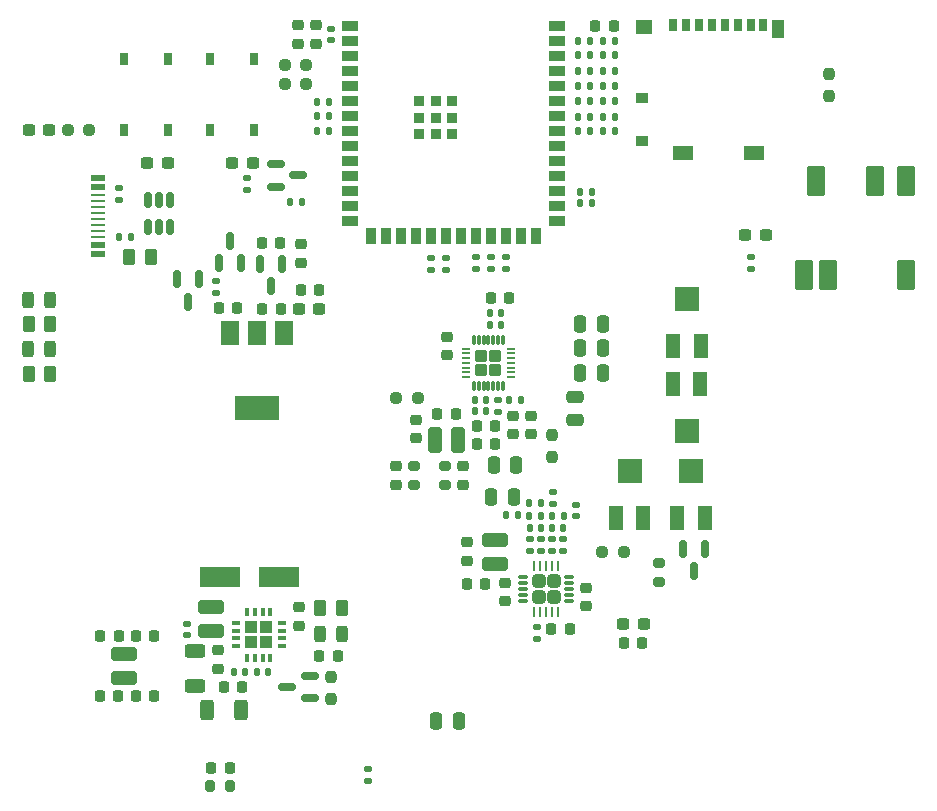
<source format=gbr>
%TF.GenerationSoftware,KiCad,Pcbnew,7.0.1*%
%TF.CreationDate,2023-04-10T22:37:03+03:00*%
%TF.ProjectId,cross_band_handy_walkie_talkie_ES8388,63726f73-735f-4626-916e-645f68616e64,rev?*%
%TF.SameCoordinates,Original*%
%TF.FileFunction,Paste,Top*%
%TF.FilePolarity,Positive*%
%FSLAX46Y46*%
G04 Gerber Fmt 4.6, Leading zero omitted, Abs format (unit mm)*
G04 Created by KiCad (PCBNEW 7.0.1) date 2023-04-10 22:37:03*
%MOMM*%
%LPD*%
G01*
G04 APERTURE LIST*
G04 Aperture macros list*
%AMRoundRect*
0 Rectangle with rounded corners*
0 $1 Rounding radius*
0 $2 $3 $4 $5 $6 $7 $8 $9 X,Y pos of 4 corners*
0 Add a 4 corners polygon primitive as box body*
4,1,4,$2,$3,$4,$5,$6,$7,$8,$9,$2,$3,0*
0 Add four circle primitives for the rounded corners*
1,1,$1+$1,$2,$3*
1,1,$1+$1,$4,$5*
1,1,$1+$1,$6,$7*
1,1,$1+$1,$8,$9*
0 Add four rect primitives between the rounded corners*
20,1,$1+$1,$2,$3,$4,$5,0*
20,1,$1+$1,$4,$5,$6,$7,0*
20,1,$1+$1,$6,$7,$8,$9,0*
20,1,$1+$1,$8,$9,$2,$3,0*%
G04 Aperture macros list end*
%ADD10RoundRect,0.135000X0.135000X0.185000X-0.135000X0.185000X-0.135000X-0.185000X0.135000X-0.185000X0*%
%ADD11R,1.300000X2.000000*%
%ADD12R,2.000000X2.000000*%
%ADD13RoundRect,0.225000X-0.250000X0.225000X-0.250000X-0.225000X0.250000X-0.225000X0.250000X0.225000X0*%
%ADD14RoundRect,0.135000X-0.135000X-0.185000X0.135000X-0.185000X0.135000X0.185000X-0.135000X0.185000X0*%
%ADD15RoundRect,0.150000X-0.587500X-0.150000X0.587500X-0.150000X0.587500X0.150000X-0.587500X0.150000X0*%
%ADD16RoundRect,0.250000X0.262500X0.450000X-0.262500X0.450000X-0.262500X-0.450000X0.262500X-0.450000X0*%
%ADD17RoundRect,0.237500X-0.250000X-0.237500X0.250000X-0.237500X0.250000X0.237500X-0.250000X0.237500X0*%
%ADD18RoundRect,0.140000X-0.170000X0.140000X-0.170000X-0.140000X0.170000X-0.140000X0.170000X0.140000X0*%
%ADD19RoundRect,0.250000X-0.262500X-0.450000X0.262500X-0.450000X0.262500X0.450000X-0.262500X0.450000X0*%
%ADD20RoundRect,0.140000X-0.140000X-0.170000X0.140000X-0.170000X0.140000X0.170000X-0.140000X0.170000X0*%
%ADD21RoundRect,0.077480X-0.642520X-1.160020X0.642520X-1.160020X0.642520X1.160020X-0.642520X1.160020X0*%
%ADD22RoundRect,0.218750X-0.218750X-0.256250X0.218750X-0.256250X0.218750X0.256250X-0.218750X0.256250X0*%
%ADD23RoundRect,0.225000X-0.225000X-0.250000X0.225000X-0.250000X0.225000X0.250000X-0.225000X0.250000X0*%
%ADD24RoundRect,0.140000X0.140000X0.170000X-0.140000X0.170000X-0.140000X-0.170000X0.140000X-0.170000X0*%
%ADD25RoundRect,0.135000X-0.185000X0.135000X-0.185000X-0.135000X0.185000X-0.135000X0.185000X0.135000X0*%
%ADD26RoundRect,0.225000X0.250000X-0.225000X0.250000X0.225000X-0.250000X0.225000X-0.250000X-0.225000X0*%
%ADD27RoundRect,0.237500X-0.300000X-0.237500X0.300000X-0.237500X0.300000X0.237500X-0.300000X0.237500X0*%
%ADD28RoundRect,0.237500X0.300000X0.237500X-0.300000X0.237500X-0.300000X-0.237500X0.300000X-0.237500X0*%
%ADD29R,1.305000X0.540000*%
%ADD30R,1.305000X0.270000*%
%ADD31RoundRect,0.225000X0.225000X0.250000X-0.225000X0.250000X-0.225000X-0.250000X0.225000X-0.250000X0*%
%ADD32RoundRect,0.250000X-0.475000X0.250000X-0.475000X-0.250000X0.475000X-0.250000X0.475000X0.250000X0*%
%ADD33RoundRect,0.218750X0.256250X-0.218750X0.256250X0.218750X-0.256250X0.218750X-0.256250X-0.218750X0*%
%ADD34RoundRect,0.250000X0.250000X0.475000X-0.250000X0.475000X-0.250000X-0.475000X0.250000X-0.475000X0*%
%ADD35RoundRect,0.250000X-0.250000X-0.475000X0.250000X-0.475000X0.250000X0.475000X-0.250000X0.475000X0*%
%ADD36RoundRect,0.237500X0.250000X0.237500X-0.250000X0.237500X-0.250000X-0.237500X0.250000X-0.237500X0*%
%ADD37RoundRect,0.200000X0.275000X-0.200000X0.275000X0.200000X-0.275000X0.200000X-0.275000X-0.200000X0*%
%ADD38RoundRect,0.243750X-0.243750X-0.456250X0.243750X-0.456250X0.243750X0.456250X-0.243750X0.456250X0*%
%ADD39RoundRect,0.300000X0.800000X-0.300000X0.800000X0.300000X-0.800000X0.300000X-0.800000X-0.300000X0*%
%ADD40R,0.700000X1.000000*%
%ADD41RoundRect,0.218750X0.218750X0.256250X-0.218750X0.256250X-0.218750X-0.256250X0.218750X-0.256250X0*%
%ADD42R,3.500000X1.800000*%
%ADD43RoundRect,0.135000X0.185000X-0.135000X0.185000X0.135000X-0.185000X0.135000X-0.185000X-0.135000X0*%
%ADD44RoundRect,0.237500X-0.237500X0.250000X-0.237500X-0.250000X0.237500X-0.250000X0.237500X0.250000X0*%
%ADD45RoundRect,0.150000X-0.150000X0.587500X-0.150000X-0.587500X0.150000X-0.587500X0.150000X0.587500X0*%
%ADD46RoundRect,0.249999X-0.290001X0.290001X-0.290001X-0.290001X0.290001X-0.290001X0.290001X0.290001X0*%
%ADD47RoundRect,0.033750X-0.101250X0.337500X-0.101250X-0.337500X0.101250X-0.337500X0.101250X0.337500X0*%
%ADD48RoundRect,0.060000X-0.311250X0.075000X-0.311250X-0.075000X0.311250X-0.075000X0.311250X0.075000X0*%
%ADD49RoundRect,0.300000X-0.300000X-0.800000X0.300000X-0.800000X0.300000X0.800000X-0.300000X0.800000X0*%
%ADD50RoundRect,0.150000X0.150000X-0.587500X0.150000X0.587500X-0.150000X0.587500X-0.150000X-0.587500X0*%
%ADD51RoundRect,0.300000X-0.800000X0.300000X-0.800000X-0.300000X0.800000X-0.300000X0.800000X0.300000X0*%
%ADD52RoundRect,0.140000X0.170000X-0.140000X0.170000X0.140000X-0.170000X0.140000X-0.170000X-0.140000X0*%
%ADD53R,0.765000X0.990000*%
%ADD54R,0.675000X0.990000*%
%ADD55R,1.080000X0.900000*%
%ADD56R,1.395000X1.215000*%
%ADD57R,1.053000X1.620000*%
%ADD58R,1.710000X1.215000*%
%ADD59RoundRect,0.250000X0.625000X-0.312500X0.625000X0.312500X-0.625000X0.312500X-0.625000X-0.312500X0*%
%ADD60RoundRect,0.250000X-0.270000X0.270000X-0.270000X-0.270000X0.270000X-0.270000X0.270000X0.270000X0*%
%ADD61RoundRect,0.021250X-0.091250X0.350000X-0.091250X-0.350000X0.091250X-0.350000X0.091250X0.350000X0*%
%ADD62RoundRect,0.050000X-0.321250X0.062500X-0.321250X-0.062500X0.321250X-0.062500X0.321250X0.062500X0*%
%ADD63RoundRect,0.250000X0.312500X0.625000X-0.312500X0.625000X-0.312500X-0.625000X0.312500X-0.625000X0*%
%ADD64RoundRect,0.200000X0.200000X0.275000X-0.200000X0.275000X-0.200000X-0.275000X0.200000X-0.275000X0*%
%ADD65R,1.350000X0.810000*%
%ADD66R,0.810000X1.350000*%
%ADD67R,0.810000X0.810000*%
%ADD68RoundRect,0.150000X0.587500X0.150000X-0.587500X0.150000X-0.587500X-0.150000X0.587500X-0.150000X0*%
%ADD69R,1.500000X2.000000*%
%ADD70R,3.800000X2.000000*%
%ADD71RoundRect,0.150000X0.150000X-0.512500X0.150000X0.512500X-0.150000X0.512500X-0.150000X-0.512500X0*%
%ADD72RoundRect,0.250000X-0.315000X-0.315000X0.315000X-0.315000X0.315000X0.315000X-0.315000X0.315000X0*%
%ADD73RoundRect,0.020000X-0.362500X-0.092500X0.362500X-0.092500X0.362500X0.092500X-0.362500X0.092500X0*%
%ADD74RoundRect,0.050000X-0.062500X-0.332500X0.062500X-0.332500X0.062500X0.332500X-0.062500X0.332500X0*%
G04 APERTURE END LIST*
D10*
%TO.C,R10*%
X100045000Y-53135000D03*
X99025000Y-53135000D03*
%TD*%
D11*
%TO.C,RV4*%
X107460000Y-93530000D03*
D12*
X108610000Y-89530000D03*
D11*
X109760000Y-93530000D03*
%TD*%
D13*
%TO.C,C19*%
X92900000Y-98975000D03*
X92900000Y-100525000D03*
%TD*%
D14*
%TO.C,R3*%
X60150000Y-69710000D03*
X61170000Y-69710000D03*
%TD*%
D15*
%TO.C,Q6*%
X73462500Y-63550000D03*
X73462500Y-65450000D03*
X75337500Y-64500000D03*
%TD*%
D14*
%TO.C,R41*%
X96840000Y-93300000D03*
X97860000Y-93300000D03*
%TD*%
D16*
%TO.C,FB1*%
X62882500Y-71410000D03*
X61057500Y-71410000D03*
%TD*%
D17*
%TO.C,R7*%
X55847500Y-60660000D03*
X57672500Y-60660000D03*
%TD*%
D18*
%TO.C,C40*%
X97800000Y-95320000D03*
X97800000Y-96280000D03*
%TD*%
D19*
%TO.C,R5*%
X52520000Y-81300000D03*
X54345000Y-81300000D03*
%TD*%
D18*
%TO.C,C13*%
X65955000Y-102450000D03*
X65955000Y-103410000D03*
%TD*%
D13*
%TO.C,C9*%
X75455000Y-101055000D03*
X75455000Y-102605000D03*
%TD*%
D20*
%TO.C,C17*%
X69925000Y-106530000D03*
X70885000Y-106530000D03*
%TD*%
D21*
%TO.C,J6*%
X124210000Y-64970000D03*
X119210000Y-64970000D03*
X126810000Y-72970000D03*
X126810000Y-64970000D03*
X120210000Y-72970000D03*
X118210000Y-72970000D03*
%TD*%
D22*
%TO.C,D4*%
X77147500Y-105210000D03*
X78722500Y-105210000D03*
%TD*%
D23*
%TO.C,C57*%
X72305000Y-75770000D03*
X73855000Y-75770000D03*
%TD*%
D24*
%TO.C,C51*%
X94185000Y-83520000D03*
X93225000Y-83520000D03*
%TD*%
D14*
%TO.C,R32*%
X94890000Y-93300000D03*
X95910000Y-93300000D03*
%TD*%
%TO.C,R19*%
X101175000Y-54335000D03*
X102195000Y-54335000D03*
%TD*%
D10*
%TO.C,R52*%
X75660000Y-66750000D03*
X74640000Y-66750000D03*
%TD*%
D23*
%TO.C,C11*%
X61590000Y-108590000D03*
X63140000Y-108590000D03*
%TD*%
D25*
%TO.C,R29*%
X90395000Y-71425000D03*
X90395000Y-72445000D03*
%TD*%
D24*
%TO.C,C27*%
X95930000Y-94350000D03*
X94970000Y-94350000D03*
%TD*%
D26*
%TO.C,C25*%
X85310000Y-86720000D03*
X85310000Y-85170000D03*
%TD*%
D27*
%TO.C,C6*%
X52530000Y-60660000D03*
X54255000Y-60660000D03*
%TD*%
D28*
%TO.C,C56*%
X77152500Y-75770000D03*
X75427500Y-75770000D03*
%TD*%
%TO.C,C55*%
X104602500Y-102510000D03*
X102877500Y-102510000D03*
%TD*%
D29*
%TO.C,J1*%
X58405000Y-64680000D03*
X58405000Y-65480000D03*
D30*
X58405000Y-66680000D03*
X58405000Y-67680000D03*
X58405000Y-68180000D03*
X58405000Y-69180000D03*
D29*
X58405000Y-70380000D03*
X58405000Y-71180000D03*
X58405000Y-71180000D03*
X58405000Y-70380000D03*
D30*
X58405000Y-69680000D03*
X58405000Y-68680000D03*
X58405000Y-67180000D03*
X58405000Y-66180000D03*
D29*
X58405000Y-65480000D03*
X58405000Y-64680000D03*
%TD*%
D31*
%TO.C,C16*%
X70630000Y-107780000D03*
X69080000Y-107780000D03*
%TD*%
D14*
%TO.C,R17*%
X101195000Y-59535000D03*
X102215000Y-59535000D03*
%TD*%
D32*
%TO.C,C30*%
X98800000Y-83300000D03*
X98800000Y-85200000D03*
%TD*%
D13*
%TO.C,C61*%
X75570000Y-70325000D03*
X75570000Y-71875000D03*
%TD*%
D24*
%TO.C,C53*%
X72785000Y-106530000D03*
X71825000Y-106530000D03*
%TD*%
D20*
%TO.C,C20*%
X91575000Y-76170000D03*
X92535000Y-76170000D03*
%TD*%
D33*
%TO.C,D6*%
X83610000Y-90680000D03*
X83610000Y-89105000D03*
%TD*%
D34*
%TO.C,C33*%
X93600000Y-91720000D03*
X91700000Y-91720000D03*
%TD*%
D11*
%TO.C,RV3*%
X107120000Y-78970000D03*
D12*
X108270000Y-74970000D03*
D11*
X109420000Y-78970000D03*
%TD*%
D35*
%TO.C,C28*%
X99250000Y-81200000D03*
X101150000Y-81200000D03*
%TD*%
D36*
%TO.C,R1*%
X76027500Y-56740000D03*
X74202500Y-56740000D03*
%TD*%
D18*
%TO.C,C5*%
X78095000Y-52080000D03*
X78095000Y-53040000D03*
%TD*%
D26*
%TO.C,C41*%
X87990000Y-79695000D03*
X87990000Y-78145000D03*
%TD*%
D14*
%TO.C,R18*%
X101185000Y-53135000D03*
X102205000Y-53135000D03*
%TD*%
D37*
%TO.C,R38*%
X85150000Y-90725000D03*
X85150000Y-89075000D03*
%TD*%
D18*
%TO.C,C37*%
X94950000Y-95320000D03*
X94950000Y-96280000D03*
%TD*%
D20*
%TO.C,C34*%
X91590000Y-77170000D03*
X92550000Y-77170000D03*
%TD*%
D38*
%TO.C,D5*%
X77197500Y-103290000D03*
X79072500Y-103290000D03*
%TD*%
D11*
%TO.C,RV2*%
X109410000Y-82150000D03*
D12*
X108260000Y-86150000D03*
D11*
X107110000Y-82150000D03*
%TD*%
D25*
%TO.C,R34*%
X113700000Y-71390000D03*
X113700000Y-72410000D03*
%TD*%
D14*
%TO.C,R14*%
X101185000Y-58235000D03*
X102205000Y-58235000D03*
%TD*%
D39*
%TO.C,L1*%
X60615000Y-107040000D03*
X60615000Y-105040000D03*
%TD*%
D40*
%TO.C,SW1*%
X64325000Y-60625000D03*
X64325000Y-54625000D03*
X60625000Y-54625000D03*
X60625000Y-60625000D03*
%TD*%
D41*
%TO.C,D8*%
X69537500Y-114650000D03*
X67962500Y-114650000D03*
%TD*%
D14*
%TO.C,R33*%
X94870000Y-92250000D03*
X95890000Y-92250000D03*
%TD*%
D23*
%TO.C,C39*%
X90480000Y-85720000D03*
X92030000Y-85720000D03*
%TD*%
D42*
%TO.C,D3*%
X68755000Y-98480000D03*
X73755000Y-98480000D03*
%TD*%
D35*
%TO.C,C24*%
X99250000Y-77100000D03*
X101150000Y-77100000D03*
%TD*%
D14*
%TO.C,R36*%
X101185000Y-56935000D03*
X102205000Y-56935000D03*
%TD*%
D13*
%TO.C,C22*%
X99750000Y-99425000D03*
X99750000Y-100975000D03*
%TD*%
D43*
%TO.C,R46*%
X68430000Y-74470000D03*
X68430000Y-73450000D03*
%TD*%
D19*
%TO.C,R4*%
X52520000Y-77110000D03*
X54345000Y-77110000D03*
%TD*%
D23*
%TO.C,C44*%
X90480000Y-87220000D03*
X92030000Y-87220000D03*
%TD*%
D44*
%TO.C,R30*%
X78130000Y-106967500D03*
X78130000Y-108792500D03*
%TD*%
D28*
%TO.C,C48*%
X114932500Y-69550000D03*
X113207500Y-69550000D03*
%TD*%
D10*
%TO.C,R13*%
X100045000Y-56935000D03*
X99025000Y-56935000D03*
%TD*%
D17*
%TO.C,R37*%
X101087500Y-96400000D03*
X102912500Y-96400000D03*
%TD*%
D10*
%TO.C,R22*%
X100190000Y-65860000D03*
X99170000Y-65860000D03*
%TD*%
D31*
%TO.C,C7*%
X70185000Y-75730000D03*
X68635000Y-75730000D03*
%TD*%
D45*
%TO.C,Q5*%
X109825000Y-96112500D03*
X107925000Y-96112500D03*
X108875000Y-97987500D03*
%TD*%
D28*
%TO.C,C2*%
X71487500Y-63475000D03*
X69762500Y-63475000D03*
%TD*%
D14*
%TO.C,R48*%
X76980000Y-60750000D03*
X78000000Y-60750000D03*
%TD*%
D20*
%TO.C,C32*%
X96850000Y-94350000D03*
X97810000Y-94350000D03*
%TD*%
D10*
%TO.C,R12*%
X100045000Y-55635000D03*
X99025000Y-55635000D03*
%TD*%
D13*
%TO.C,C12*%
X68555000Y-104705000D03*
X68555000Y-106255000D03*
%TD*%
D25*
%TO.C,R25*%
X92945000Y-71425000D03*
X92945000Y-72445000D03*
%TD*%
D10*
%TO.C,R8*%
X100045000Y-58235000D03*
X99025000Y-58235000D03*
%TD*%
D31*
%TO.C,C59*%
X60140000Y-103490000D03*
X58590000Y-103490000D03*
%TD*%
%TO.C,C10*%
X60090000Y-108590000D03*
X58540000Y-108590000D03*
%TD*%
%TO.C,C15*%
X102070000Y-51835000D03*
X100520000Y-51835000D03*
%TD*%
D25*
%TO.C,R28*%
X86595000Y-71460000D03*
X86595000Y-72480000D03*
%TD*%
D46*
%TO.C,U4*%
X71380000Y-104005000D03*
X72630000Y-104005000D03*
X72630000Y-102755000D03*
X71380000Y-102755000D03*
D47*
X72980000Y-101442500D03*
X72330000Y-101442500D03*
X71680000Y-101442500D03*
X71030000Y-101442500D03*
D48*
X70067500Y-102405000D03*
X70067500Y-103055000D03*
X70067500Y-103705000D03*
X70067500Y-104355000D03*
D47*
X71030000Y-105317500D03*
X71680000Y-105317500D03*
X72330000Y-105317500D03*
X72980000Y-105317500D03*
D48*
X73942500Y-104355000D03*
X73942500Y-103705000D03*
X73942500Y-103055000D03*
X73942500Y-102405000D03*
%TD*%
D23*
%TO.C,C58*%
X61590000Y-103490000D03*
X63140000Y-103490000D03*
%TD*%
D49*
%TO.C,L3*%
X86910000Y-86860000D03*
X88910000Y-86860000D03*
%TD*%
D50*
%TO.C,Q3*%
X68620000Y-71897500D03*
X70520000Y-71897500D03*
X69570000Y-70022500D03*
%TD*%
D10*
%TO.C,R9*%
X100045000Y-59535000D03*
X99025000Y-59535000D03*
%TD*%
D51*
%TO.C,L4*%
X67955000Y-101080000D03*
X67955000Y-103080000D03*
%TD*%
D23*
%TO.C,C52*%
X102940000Y-104060000D03*
X104490000Y-104060000D03*
%TD*%
D52*
%TO.C,C42*%
X98840000Y-93330000D03*
X98840000Y-92370000D03*
%TD*%
D26*
%TO.C,C3*%
X75295000Y-53335000D03*
X75295000Y-51785000D03*
%TD*%
D23*
%TO.C,C21*%
X96775000Y-102900000D03*
X98325000Y-102900000D03*
%TD*%
D31*
%TO.C,C60*%
X91172500Y-99050000D03*
X89622500Y-99050000D03*
%TD*%
D40*
%TO.C,SW2*%
X71600000Y-54625000D03*
X71600000Y-60625000D03*
X67900000Y-54625000D03*
X67900000Y-60625000D03*
%TD*%
D13*
%TO.C,C47*%
X93505000Y-84845000D03*
X93505000Y-86395000D03*
%TD*%
D43*
%TO.C,R24*%
X81300000Y-115760000D03*
X81300000Y-114740000D03*
%TD*%
D53*
%TO.C,J2*%
X107090000Y-51772500D03*
X108190000Y-51772500D03*
X109290000Y-51772500D03*
X110390000Y-51772500D03*
X111490000Y-51772500D03*
X112590000Y-51772500D03*
X113690000Y-51772500D03*
D54*
X114740000Y-51772500D03*
D55*
X104455000Y-57922500D03*
X104455000Y-61622500D03*
D56*
X104630000Y-51897500D03*
D57*
X115950000Y-52122500D03*
D58*
X107955000Y-62597500D03*
X113925000Y-62597500D03*
%TD*%
D18*
%TO.C,C46*%
X92255000Y-83540000D03*
X92255000Y-84500000D03*
%TD*%
D35*
%TO.C,C63*%
X87050000Y-110650000D03*
X88950000Y-110650000D03*
%TD*%
D44*
%TO.C,R51*%
X96800000Y-86512500D03*
X96800000Y-88337500D03*
%TD*%
D13*
%TO.C,C50*%
X95055000Y-84845000D03*
X95055000Y-86395000D03*
%TD*%
D17*
%TO.C,R6*%
X74215000Y-55130000D03*
X76040000Y-55130000D03*
%TD*%
D43*
%TO.C,R2*%
X60200000Y-66590000D03*
X60200000Y-65570000D03*
%TD*%
D59*
%TO.C,R16*%
X66605000Y-107692500D03*
X66605000Y-104767500D03*
%TD*%
D10*
%TO.C,R11*%
X100045000Y-54335000D03*
X99025000Y-54335000D03*
%TD*%
D60*
%TO.C,U5*%
X90855000Y-80970000D03*
X92055000Y-79770000D03*
X92055000Y-80970000D03*
X90855000Y-79770000D03*
D61*
X92655000Y-78432500D03*
X92255000Y-78432500D03*
X91855000Y-78432500D03*
X91455000Y-78432500D03*
X91055000Y-78432500D03*
X90655000Y-78432500D03*
X90255000Y-78432500D03*
D62*
X89517500Y-79170000D03*
X89517500Y-79570000D03*
X89517500Y-79970000D03*
X89517500Y-80370000D03*
X89517500Y-80770000D03*
X89517500Y-81170000D03*
X89517500Y-81570000D03*
D61*
X90255000Y-82307500D03*
X90655000Y-82307500D03*
X91055000Y-82307500D03*
X91455000Y-82307500D03*
X91855000Y-82307500D03*
X92255000Y-82307500D03*
X92655000Y-82307500D03*
D62*
X93392500Y-81570000D03*
X93392500Y-81170000D03*
X93392500Y-80770000D03*
X93392500Y-80370000D03*
X93392500Y-79970000D03*
X93392500Y-79570000D03*
X93392500Y-79170000D03*
%TD*%
D51*
%TO.C,L2*%
X91980000Y-95360000D03*
X91980000Y-97360000D03*
%TD*%
D63*
%TO.C,R43*%
X70517500Y-109730000D03*
X67592500Y-109730000D03*
%TD*%
D26*
%TO.C,C4*%
X76820000Y-53335000D03*
X76820000Y-51785000D03*
%TD*%
D37*
%TO.C,R44*%
X105875000Y-98950000D03*
X105875000Y-97300000D03*
%TD*%
D20*
%TO.C,C23*%
X92970000Y-93270000D03*
X93930000Y-93270000D03*
%TD*%
D10*
%TO.C,R23*%
X100190000Y-66860000D03*
X99170000Y-66860000D03*
%TD*%
D64*
%TO.C,R45*%
X69575000Y-116200000D03*
X67925000Y-116200000D03*
%TD*%
D33*
%TO.C,D7*%
X89300000Y-90687500D03*
X89300000Y-89112500D03*
%TD*%
D14*
%TO.C,R40*%
X101185000Y-60735000D03*
X102205000Y-60735000D03*
%TD*%
D31*
%TO.C,C54*%
X77115000Y-74220000D03*
X75565000Y-74220000D03*
%TD*%
D25*
%TO.C,R35*%
X96900000Y-91300000D03*
X96900000Y-92320000D03*
%TD*%
D20*
%TO.C,C43*%
X90325000Y-83520000D03*
X91285000Y-83520000D03*
%TD*%
D11*
%TO.C,RV1*%
X102260000Y-93530000D03*
D12*
X103410000Y-89530000D03*
D11*
X104560000Y-93530000D03*
%TD*%
D45*
%TO.C,Q2*%
X66980000Y-73302500D03*
X65080000Y-73302500D03*
X66030000Y-75177500D03*
%TD*%
D24*
%TO.C,C45*%
X91285000Y-84470000D03*
X90325000Y-84470000D03*
%TD*%
D18*
%TO.C,C38*%
X96850000Y-95320000D03*
X96850000Y-96280000D03*
%TD*%
D65*
%TO.C,U2*%
X79745000Y-51875000D03*
X79745000Y-53145000D03*
X79745000Y-54415000D03*
X79745000Y-55685000D03*
X79745000Y-56955000D03*
X79745000Y-58225000D03*
X79745000Y-59495000D03*
X79745000Y-60765000D03*
X79745000Y-62035000D03*
X79745000Y-63305000D03*
X79745000Y-64575000D03*
X79745000Y-65845000D03*
X79745000Y-67115000D03*
X79745000Y-68385000D03*
D66*
X81510000Y-69635000D03*
X82780000Y-69635000D03*
X84050000Y-69635000D03*
X85320000Y-69635000D03*
X86590000Y-69635000D03*
X87860000Y-69635000D03*
X89130000Y-69635000D03*
X90400000Y-69635000D03*
X91670000Y-69635000D03*
X92940000Y-69635000D03*
X94210000Y-69635000D03*
X95480000Y-69635000D03*
D65*
X97245000Y-68385000D03*
X97245000Y-67115000D03*
X97245000Y-65845000D03*
X97245000Y-64575000D03*
X97245000Y-63305000D03*
X97245000Y-62035000D03*
X97245000Y-60765000D03*
X97245000Y-59495000D03*
X97245000Y-58225000D03*
X97245000Y-56955000D03*
X97245000Y-55685000D03*
X97245000Y-54415000D03*
X97245000Y-53145000D03*
X97245000Y-51875000D03*
D67*
X88395000Y-58195000D03*
X85595000Y-60995000D03*
X88395000Y-60995000D03*
X86995000Y-59595000D03*
X86995000Y-60995000D03*
X88395000Y-59595000D03*
X85595000Y-58195000D03*
X86995000Y-58195000D03*
X85595000Y-59595000D03*
%TD*%
D27*
%TO.C,C1*%
X62587500Y-63450000D03*
X64312500Y-63450000D03*
%TD*%
D18*
%TO.C,C35*%
X95900000Y-95320000D03*
X95900000Y-96280000D03*
%TD*%
D44*
%TO.C,R42*%
X120300000Y-55937500D03*
X120300000Y-57762500D03*
%TD*%
D68*
%TO.C,Q1*%
X76317500Y-108780000D03*
X76317500Y-106880000D03*
X74442500Y-107830000D03*
%TD*%
D45*
%TO.C,Q4*%
X74020000Y-72002500D03*
X72120000Y-72002500D03*
X73070000Y-73877500D03*
%TD*%
D69*
%TO.C,U3*%
X74170000Y-77870000D03*
D70*
X71870000Y-84170000D03*
D69*
X71870000Y-77870000D03*
X69570000Y-77870000D03*
%TD*%
D37*
%TO.C,R39*%
X87750000Y-90725000D03*
X87750000Y-89075000D03*
%TD*%
D38*
%TO.C,D1*%
X52495000Y-75010000D03*
X54370000Y-75010000D03*
%TD*%
D13*
%TO.C,C18*%
X89627500Y-95570000D03*
X89627500Y-97120000D03*
%TD*%
D25*
%TO.C,R47*%
X95550000Y-102740000D03*
X95550000Y-103760000D03*
%TD*%
%TO.C,R27*%
X91670000Y-71425000D03*
X91670000Y-72445000D03*
%TD*%
D35*
%TO.C,C26*%
X99250000Y-79150000D03*
X101150000Y-79150000D03*
%TD*%
D31*
%TO.C,C29*%
X88685000Y-84730000D03*
X87135000Y-84730000D03*
%TD*%
D19*
%TO.C,R15*%
X77202500Y-101100000D03*
X79027500Y-101100000D03*
%TD*%
D36*
%TO.C,R31*%
X85472500Y-83340000D03*
X83647500Y-83340000D03*
%TD*%
D25*
%TO.C,R53*%
X71050000Y-64740000D03*
X71050000Y-65760000D03*
%TD*%
D10*
%TO.C,R21*%
X100045000Y-60735000D03*
X99025000Y-60735000D03*
%TD*%
D25*
%TO.C,R26*%
X87870000Y-71475000D03*
X87870000Y-72495000D03*
%TD*%
D31*
%TO.C,C31*%
X93230000Y-74870000D03*
X91680000Y-74870000D03*
%TD*%
D38*
%TO.C,D2*%
X52495000Y-79180000D03*
X54370000Y-79180000D03*
%TD*%
D14*
%TO.C,R50*%
X76980000Y-58250000D03*
X78000000Y-58250000D03*
%TD*%
D34*
%TO.C,C36*%
X93820000Y-89010000D03*
X91920000Y-89010000D03*
%TD*%
D14*
%TO.C,R20*%
X101195000Y-55635000D03*
X102215000Y-55635000D03*
%TD*%
D71*
%TO.C,U1*%
X62600000Y-68887500D03*
X63550000Y-68887500D03*
X64500000Y-68887500D03*
X64500000Y-66612500D03*
X63550000Y-66612500D03*
X62600000Y-66612500D03*
%TD*%
D14*
%TO.C,R49*%
X76980000Y-59450000D03*
X78000000Y-59450000D03*
%TD*%
D72*
%TO.C,U6*%
X95700000Y-98850000D03*
X97000000Y-98850000D03*
X95700000Y-100150000D03*
X97000000Y-100150000D03*
D73*
X94425000Y-98500000D03*
X94425000Y-99000000D03*
X94425000Y-99500000D03*
X94425000Y-100000000D03*
X94425000Y-100500000D03*
D74*
X95350000Y-101425000D03*
X95850000Y-101425000D03*
X96350000Y-101425000D03*
X96850000Y-101425000D03*
X97350000Y-101425000D03*
D73*
X98275000Y-100500000D03*
X98275000Y-100000000D03*
X98275000Y-99500000D03*
X98275000Y-99000000D03*
X98275000Y-98500000D03*
D74*
X97350000Y-97575000D03*
X96850000Y-97575000D03*
X96350000Y-97575000D03*
X95850000Y-97575000D03*
X95350000Y-97575000D03*
%TD*%
D31*
%TO.C,C62*%
X73840000Y-70180000D03*
X72290000Y-70180000D03*
%TD*%
M02*

</source>
